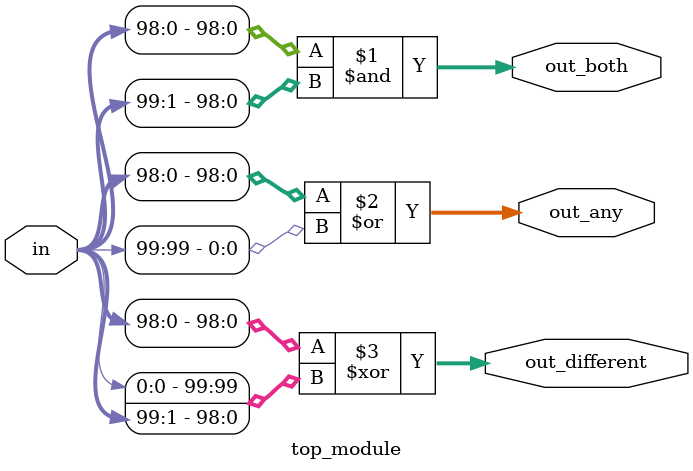
<source format=sv>
module top_module (
    input [99:0] in,
    output [98:0] out_both,
    output [99:1] out_any,
    output [99:0] out_different
);

    assign out_both = in[98:0] & in[99:1];
    
    assign out_any = {in[99], in[98:0] | in[99]};
    
    assign out_different = in[98:0] ^ {in[0], in[99:1]};

endmodule

</source>
